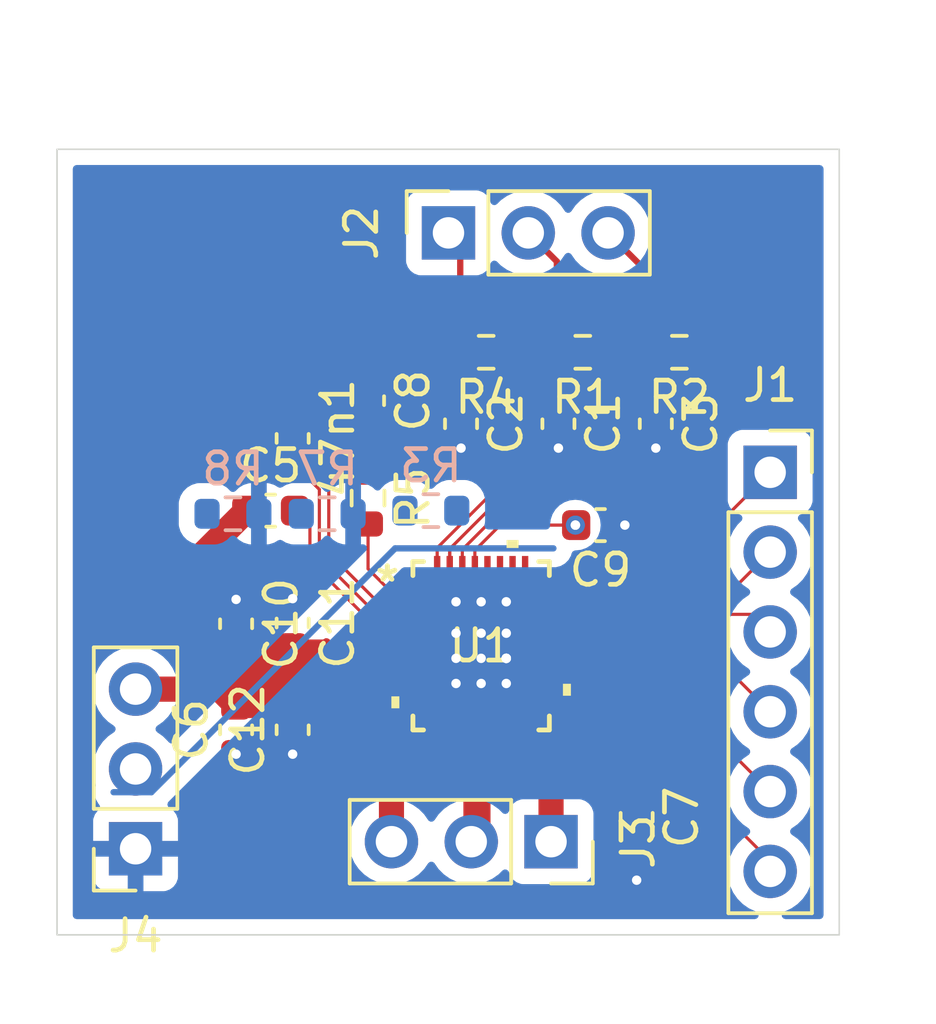
<source format=kicad_pcb>
(kicad_pcb (version 20240108) (generator "pcbnew") (generator_version "8.0")
  (layers (0 "F.Cu" signal) (31 "B.Cu" signal) (34 "B.Paste" user) (35 "F.Paste" user) (36 "B.SilkS" user "B.Silkscreen") (37 "F.SilkS" user "F.Silkscreen") (38 "B.Mask" user) (39 "F.Mask" user) (44 "Edge.Cuts" user))
  (net 0 "")
  (net 1 "GND")
  (net 2 "/ADC_B")
  (net 3 "/ADC_A")
  (net 4 "/ADC_C")
  (net 5 "Net-(U1-CPH)")
  (net 6 "Net-(U1-CPL)")
  (net 7 "Net-(U1-CP)")
  (net 8 "+12V")
  (net 9 "+3.3V")
  (net 10 "Net-(C8-Pad2)")
  (net 11 "/PWM_L_B")
  (net 12 "/PWM_H_C")
  (net 13 "/PWM_L_C")
  (net 14 "/PWM_L_A")
  (net 15 "/PWM_H_A")
  (net 16 "/PWM_H_B")
  (net 17 "/OUT_A")
  (net 18 "/OUT_C")
  (net 19 "/OUT_B")
  (net 20 "Net-(U1-SOB)")
  (net 21 "Net-(U1-SOC)")
  (net 22 "Net-(U1-GAIN)")
  (net 23 "Net-(U1-SOA)")
  (net 24 "Net-(U1-NFAULT)")
  (footprint "Capacitor_SMD:C_0603_1608Metric" (layer "F.Cu") (at 139.06 68.735 -90)
    (property "Reference" "C3" (at 0 -1.43 90) (layer "F.SilkS"))
    (property "Value" "22pF")
    (fp_line (start -0.14058 0.51) (end 0.14058 0.51) (stroke (width 0.12)) (layer "F.SilkS"))
    (fp_line (start -0.14058 -0.51) (end 0.14058 -0.51) (stroke (width 0.12)) (layer "F.SilkS"))
    (pad "1" smd roundrect (at -0.775 0 270) (size 0.9 0.95) (layers "F.Cu" "F.Paste" "F.Mask") (net 4 "/ADC_C"))
    (pad "2" smd roundrect (at 0.775 0 270) (size 0.9 0.95) (layers "F.Cu" "F.Paste" "F.Mask") (net 1 "GND"))
  )
  (footprint "Connector_PinSocket_2.54mm:PinSocket_1x06_P2.54mm_Vertical" (layer "F.Cu") (at 142.7 70.28)
    (property "Reference" "J1" (at 0 -2.77 0) (layer "F.SilkS"))
    (property "Value" "PWM Pins")
    (fp_line (start -1.33 1.27) (end -1.33 14.03) (stroke (width 0.12)) (layer "F.SilkS"))
    (fp_line (start -1.33 1.27) (end 1.33 1.27) (stroke (width 0.12)) (layer "F.SilkS"))
    (fp_line (start -1.33 14.03) (end 1.33 14.03) (stroke (width 0.12)) (layer "F.SilkS"))
    (fp_line (start 0 -1.33) (end 1.33 -1.33) (stroke (width 0.12)) (layer "F.SilkS"))
    (fp_line (start 1.33 -1.33) (end 1.33 0) (stroke (width 0.12)) (layer "F.SilkS"))
    (fp_line (start 1.33 1.27) (end 1.33 14.03) (stroke (width 0.12)) (layer "F.SilkS"))
    (pad "1" thru_hole rect (at 0 0) (size 1.7 1.7) (drill 1) (layers "*.Cu" "*.Mask") (net 13 "/PWM_L_C"))
    (pad "2" thru_hole oval (at 0 2.54) (size 1.7 1.7) (drill 1) (layers "*.Cu" "*.Mask") (net 12 "/PWM_H_C"))
    (pad "3" thru_hole oval (at 0 5.08) (size 1.7 1.7) (drill 1) (layers "*.Cu" "*.Mask") (net 11 "/PWM_L_B"))
    (pad "4" thru_hole oval (at 0 7.62) (size 1.7 1.7) (drill 1) (layers "*.Cu" "*.Mask") (net 16 "/PWM_H_B"))
    (pad "5" thru_hole oval (at 0 10.16) (size 1.7 1.7) (drill 1) (layers "*.Cu" "*.Mask") (net 14 "/PWM_L_A"))
    (pad "6" thru_hole oval (at 0 12.7) (size 1.7 1.7) (drill 1) (layers "*.Cu" "*.Mask") (net 15 "/PWM_H_A"))
  )
  (footprint "DRV8317HREER:WQFN36_REE_TEX" (layer "F.Cu") (at 133.5 75.8)
    (property "Reference" "U1" (at 0 0 0) (layer "F.SilkS"))
    (property "Value" "DRV8317HREER")
    (fp_line (start -2.1717 -2.6797) (end -2.1717 -2.234339) (stroke (width 0.1524)) (layer "F.SilkS"))
    (fp_line (start -2.1717 2.234339) (end -2.1717 2.6797) (stroke (width 0.1524)) (layer "F.SilkS"))
    (fp_line (start -2.1717 2.6797) (end -1.83434 2.6797) (stroke (width 0.1524)) (layer "F.SilkS"))
    (fp_line (start -1.83434 -2.6797) (end -2.1717 -2.6797) (stroke (width 0.1524)) (layer "F.SilkS"))
    (fp_line (start 1.83434 2.6797) (end 2.1717 2.6797) (stroke (width 0.1524)) (layer "F.SilkS"))
    (fp_line (start 2.1717 -2.6797) (end 1.83434 -2.6797) (stroke (width 0.1524)) (layer "F.SilkS"))
    (fp_line (start 2.1717 -2.234339) (end 2.1717 -2.6797) (stroke (width 0.1524)) (layer "F.SilkS"))
    (fp_line (start 2.1717 2.6797) (end 2.1717 2.234339) (stroke (width 0.1524)) (layer "F.SilkS"))
    (fp_poly (pts (xy -2.8575 1.609499) (xy -2.8575 1.990499) (xy -2.6035 1.990499) (xy -2.6035 1.609499)) (fill solid) (layer "F.SilkS"))
    (fp_poly (pts (xy 0.809501 -3.1115) (xy 0.809501 -3.3655) (xy 1.190501 -3.3655) (xy 1.190501 -3.1115)) (fill solid) (layer "F.SilkS"))
    (fp_poly (pts (xy 2.8575 1.2095) (xy 2.8575 1.5905) (xy 2.6035 1.5905) (xy 2.6035 1.2095)) (fill solid) (layer "F.SilkS"))
    (fp_text user "*" (at -2.9845 -2 0) (layer "F.SilkS"))
    (fp_text user "*" (at -2.9845 -2 0) (layer "F.SilkS"))
    (pad "1" smd rect (at -1.9431 -1.799999 90) (size 0.2032 0.8128) (layers "F.Cu" "F.Paste" "F.Mask"))
    (pad "2" smd rect (at -1.9431 -1.4 90) (size 0.2032 0.8128) (layers "F.Cu" "F.Paste" "F.Mask") (net 24 "Net-(U1-NFAULT)"))
    (pad "3" smd rect (at -1.9431 -1.000001 90) (size 0.2032 0.8128) (layers "F.Cu" "F.Paste" "F.Mask"))
    (pad "4" smd rect (at -1.9431 -0.599999 90) (size 0.2032 0.8128) (layers "F.Cu" "F.Paste" "F.Mask") (net 6 "Net-(U1-CPL)"))
    (pad "5" smd rect (at -1.9431 -0.2 90) (size 0.2032 0.8128) (layers "F.Cu" "F.Paste" "F.Mask") (net 5 "Net-(U1-CPH)"))
    (pad "6" smd rect (at -1.9431 0.2 90) (size 0.2032 0.8128) (layers "F.Cu" "F.Paste" "F.Mask") (net 7 "Net-(U1-CP)"))
    (pad "7" smd rect (at -1.9431 0.599999 90) (size 0.2032 0.8128) (layers "F.Cu" "F.Paste" "F.Mask") (net 8 "+12V"))
    (pad "8" smd rect (at -1.9431 1.000001 90) (size 0.2032 0.8128) (layers "F.Cu" "F.Paste" "F.Mask") (net 8 "+12V"))
    (pad "9" smd rect (at -1.9431 1.4 90) (size 0.2032 0.8128) (layers "F.Cu" "F.Paste" "F.Mask") (net 8 "+12V"))
    (pad "10" smd rect (at -1.9431 1.799999 90) (size 0.2032 0.8128) (layers "F.Cu" "F.Paste" "F.Mask"))
    (pad "11" smd rect (at -1.4 2.4511) (size 0.2032 0.8128) (layers "F.Cu" "F.Paste" "F.Mask") (net 17 "/OUT_A"))
    (pad "12" smd rect (at -1.000001 2.4511) (size 0.2032 0.8128) (layers "F.Cu" "F.Paste" "F.Mask") (net 17 "/OUT_A"))
    (pad "13" smd rect (at -0.599999 2.4511) (size 0.2032 0.8128) (layers "F.Cu" "F.Paste" "F.Mask"))
    (pad "14" smd rect (at -0.2 2.4511) (size 0.2032 0.8128) (layers "F.Cu" "F.Paste" "F.Mask") (net 19 "/OUT_B"))
    (pad "15" smd rect (at 0.2 2.4511) (size 0.2032 0.8128) (layers "F.Cu" "F.Paste" "F.Mask") (net 19 "/OUT_B"))
    (pad "16" smd rect (at 0.599999 2.4511) (size 0.2032 0.8128) (layers "F.Cu" "F.Paste" "F.Mask"))
    (pad "17" smd rect (at 1.000001 2.4511) (size 0.2032 0.8128) (layers "F.Cu" "F.Paste" "F.Mask") (net 18 "/OUT_C"))
    (pad "18" smd rect (at 1.4 2.4511) (size 0.2032 0.8128) (layers "F.Cu" "F.Paste" "F.Mask") (net 18 "/OUT_C"))
    (pad "19" smd rect (at 1.9431 1.799999 90) (size 0.2032 0.8128) (layers "F.Cu" "F.Paste" "F.Mask") (net 1 "GND"))
    (pad "20" smd rect (at 1.9431 1.4 90) (size 0.2032 0.8128) (layers "F.Cu" "F.Paste" "F.Mask"))
    (pad "21" smd rect (at 1.9431 1.000001 90) (size 0.2032 0.8128) (layers "F.Cu" "F.Paste" "F.Mask") (net 1 "GND"))
    (pad "22" smd rect (at 1.9431 0.599999 90) (size 0.2032 0.8128) (layers "F.Cu" "F.Paste" "F.Mask") (net 9 "+3.3V"))
    (pad "23" smd rect (at 1.9431 0.2 90) (size 0.2032 0.8128) (layers "F.Cu" "F.Paste" "F.Mask") (net 15 "/PWM_H_A"))
    (pad "24" smd rect (at 1.9431 -0.2 90) (size 0.2032 0.8128) (layers "F.Cu" "F.Paste" "F.Mask") (net 14 "/PWM_L_A"))
    (pad "25" smd rect (at 1.9431 -0.599999 90) (size 0.2032 0.8128) (layers "F.Cu" "F.Paste" "F.Mask") (net 16 "/PWM_H_B"))
    (pad "26" smd rect (at 1.9431 -1.000001 90) (size 0.2032 0.8128) (layers "F.Cu" "F.Paste" "F.Mask") (net 11 "/PWM_L_B"))
    (pad "27" smd rect (at 1.9431 -1.4 90) (size 0.2032 0.8128) (layers "F.Cu" "F.Paste" "F.Mask") (net 12 "/PWM_H_C"))
    (pad "28" smd rect (at 1.9431 -1.799999 90) (size 0.2032 0.8128) (layers "F.Cu" "F.Paste" "F.Mask") (net 13 "/PWM_L_C"))
    (pad "29" smd rect (at 1.4 -2.4511) (size 0.2032 0.8128) (layers "F.Cu" "F.Paste" "F.Mask") (net 22 "Net-(U1-GAIN)"))
    (pad "30" smd rect (at 1.000001 -2.4511) (size 0.2032 0.8128) (layers "F.Cu" "F.Paste" "F.Mask"))
    (pad "31" smd rect (at 0.599999 -2.4511) (size 0.2032 0.8128) (layers "F.Cu" "F.Paste" "F.Mask"))
    (pad "32" smd rect (at 0.2 -2.4511) (size 0.2032 0.8128) (layers "F.Cu" "F.Paste" "F.Mask"))
    (pad "33" smd rect (at -0.2 -2.4511) (size 0.2032 0.8128) (layers "F.Cu" "F.Paste" "F.Mask") (net 9 "+3.3V"))
    (pad "34" smd rect (at -0.599999 -2.4511) (size 0.2032 0.8128) (layers "F.Cu" "F.Paste" "F.Mask") (net 21 "Net-(U1-SOC)"))
    (pad "35" smd rect (at -1.000001 -2.4511) (size 0.2032 0.8128) (layers "F.Cu" "F.Paste" "F.Mask") (net 20 "Net-(U1-SOB)"))
    (pad "36" smd rect (at -1.4 -2.4511) (size 0.2032 0.8128) (layers "F.Cu" "F.Paste" "F.Mask") (net 23 "Net-(U1-SOA)"))
    (pad "37" smd rect (at 0 0) (size 2.794 3.81) (layers "F.Cu" "F.Paste" "F.Mask") (net 1 "GND"))
  )
  (footprint "Capacitor_SMD:C_0603_1608Metric" (layer "F.Cu") (at 132.86 68.735 -90)
    (property "Reference" "C2" (at 0 -1.43 90) (layer "F.SilkS"))
    (property "Value" "22pF")
    (fp_line (start -0.14058 0.51) (end 0.14058 0.51) (stroke (width 0.12)) (layer "F.SilkS"))
    (fp_line (start -0.14058 -0.51) (end 0.14058 -0.51) (stroke (width 0.12)) (layer "F.SilkS"))
    (pad "1" smd roundrect (at -0.775 0 270) (size 0.9 0.95) (layers "F.Cu" "F.Paste" "F.Mask") (net 3 "/ADC_A"))
    (pad "2" smd roundrect (at 0.775 0 270) (size 0.9 0.95) (layers "F.Cu" "F.Paste" "F.Mask") (net 1 "GND"))
  )
  (footprint "Capacitor_SMD:C_0603_1608Metric" (layer "F.Cu") (at 137.3 71.96 180)
    (property "Reference" "C9" (at 0 -1.43 360) (layer "F.SilkS"))
    (property "Value" "0.1μF")
    (fp_line (start -0.14058 0.51) (end 0.14058 0.51) (stroke (width 0.12)) (layer "F.SilkS"))
    (fp_line (start -0.14058 -0.51) (end 0.14058 -0.51) (stroke (width 0.12)) (layer "F.SilkS"))
    (pad "1" smd roundrect (at -0.775 0 180) (size 0.9 0.95) (layers "F.Cu" "F.Paste" "F.Mask") (net 1 "GND"))
    (pad "2" smd roundrect (at 0.775 0 180) (size 0.9 0.95) (layers "F.Cu" "F.Paste" "F.Mask") (net 9 "+3.3V"))
  )
  (footprint "Connector_PinSocket_2.54mm:PinSocket_1x03_P2.54mm_Vertical" (layer "F.Cu") (at 132.46 62.66 90)
    (property "Reference" "J2" (at 0 -2.77 90) (layer "F.SilkS"))
    (property "Value" "Current Sense Pins")
    (fp_line (start 1.33 -1.33) (end 1.33 0) (stroke (width 0.12)) (layer "F.SilkS"))
    (fp_line (start 0 -1.33) (end 1.33 -1.33) (stroke (width 0.12)) (layer "F.SilkS"))
    (fp_line (start 1.33 1.27) (end 1.33 6.41) (stroke (width 0.12)) (layer "F.SilkS"))
    (fp_line (start -1.33 1.27) (end 1.33 1.27) (stroke (width 0.12)) (layer "F.SilkS"))
    (fp_line (start -1.33 1.27) (end -1.33 6.41) (stroke (width 0.12)) (layer "F.SilkS"))
    (fp_line (start -1.33 6.41) (end 1.33 6.41) (stroke (width 0.12)) (layer "F.SilkS"))
    (pad "1" thru_hole rect (at 0 0 90) (size 1.7 1.7) (drill 1) (layers "*.Cu" "*.Mask") (net 3 "/ADC_A"))
    (pad "2" thru_hole oval (at 0 2.54 90) (size 1.7 1.7) (drill 1) (layers "*.Cu" "*.Mask") (net 2 "/ADC_B"))
    (pad "3" thru_hole oval (at 0 5.08 90) (size 1.7 1.7) (drill 1) (layers "*.Cu" "*.Mask") (net 4 "/ADC_C"))
  )
  (footprint "Connector_PinSocket_2.54mm:PinSocket_1x03_P2.54mm_Vertical" (layer "F.Cu") (at 122.5 82.26 180)
    (property "Reference" "J4" (at 0 -2.77 360) (layer "F.SilkS"))
    (property "Value" "Power Pins")
    (fp_line (start 1.33 1.27) (end 1.33 6.41) (stroke (width 0.12)) (layer "F.SilkS"))
    (fp_line (start 1.33 -1.33) (end 1.33 0) (stroke (width 0.12)) (layer "F.SilkS"))
    (fp_line (start 0 -1.33) (end 1.33 -1.33) (stroke (width 0.12)) (layer "F.SilkS"))
    (fp_line (start -1.33 6.41) (end 1.33 6.41) (stroke (width 0.12)) (layer "F.SilkS"))
    (fp_line (start -1.33 1.27) (end 1.33 1.27) (stroke (width 0.12)) (layer "F.SilkS"))
    (fp_line (start -1.33 1.27) (end -1.33 6.41) (stroke (width 0.12)) (layer "F.SilkS"))
    (pad "1" thru_hole rect (at 0 0 180) (size 1.7 1.7) (drill 1) (layers "*.Cu" "*.Mask") (net 1 "GND"))
    (pad "2" thru_hole oval (at 0 2.54 180) (size 1.7 1.7) (drill 1) (layers "*.Cu" "*.Mask") (net 9 "+3.3V"))
    (pad "3" thru_hole oval (at 0 5.08 180) (size 1.7 1.7) (drill 1) (layers "*.Cu" "*.Mask") (net 8 "+12V"))
  )
  (footprint "Capacitor_SMD:C_0603_1608Metric" (layer "F.Cu") (at 127.5 69.2 -90)
    (property "Reference" "47n1" (at 0 -1.43 90) (layer "F.SilkS"))
    (property "Value" "47nF")
    (fp_line (start -0.14058 0.51) (end 0.14058 0.51) (stroke (width 0.12)) (layer "F.SilkS"))
    (fp_line (start -0.14058 -0.51) (end 0.14058 -0.51) (stroke (width 0.12)) (layer "F.SilkS"))
    (pad "1" smd roundrect (at -0.775 0 270) (size 0.9 0.95) (layers "F.Cu" "F.Paste" "F.Mask") (net 6 "Net-(U1-CPL)"))
    (pad "2" smd roundrect (at 0.775 0 270) (size 0.9 0.95) (layers "F.Cu" "F.Paste" "F.Mask") (net 5 "Net-(U1-CPH)"))
  )
  (footprint "Connector_PinSocket_2.54mm:PinSocket_1x03_P2.54mm_Vertical" (layer "F.Cu") (at 135.725 82.035 -90)
    (property "Reference" "J3" (at 0 -2.77 90) (layer "F.SilkS"))
    (property "Value" "Motor Out Pins")
    (fp_line (start -1.33 6.41) (end 1.33 6.41) (stroke (width 0.12)) (layer "F.SilkS"))
    (fp_line (start -1.33 1.27) (end -1.33 6.41) (stroke (width 0.12)) (layer "F.SilkS"))
    (fp_line (start -1.33 1.27) (end 1.33 1.27) (stroke (width 0.12)) (layer "F.SilkS"))
    (fp_line (start 1.33 1.27) (end 1.33 6.41) (stroke (width 0.12)) (layer "F.SilkS"))
    (fp_line (start 0 -1.33) (end 1.33 -1.33) (stroke (width 0.12)) (layer "F.SilkS"))
    (fp_line (start 1.33 -1.33) (end 1.33 0) (stroke (width 0.12)) (layer "F.SilkS"))
    (pad "1" thru_hole rect (at 0 0 270) (size 1.7 1.7) (drill 1) (layers "*.Cu" "*.Mask") (net 18 "/OUT_C"))
    (pad "2" thru_hole oval (at 0 2.54 270) (size 1.7 1.7) (drill 1) (layers "*.Cu" "*.Mask") (net 19 "/OUT_B"))
    (pad "3" thru_hole oval (at 0 5.08 270) (size 1.7 1.7) (drill 1) (layers "*.Cu" "*.Mask") (net 17 "/OUT_A"))
  )
  (footprint "Capacitor_SMD:C_0603_1608Metric" (layer "F.Cu") (at 129.9 68 -90)
    (property "Reference" "C8" (at 0 -1.43 90) (layer "F.SilkS"))
    (property "Value" "0.1μF")
    (fp_line (start -0.14058 0.51) (end 0.14058 0.51) (stroke (width 0.12)) (layer "F.SilkS"))
    (fp_line (start -0.14058 -0.51) (end 0.14058 -0.51) (stroke (width 0.12)) (layer "F.SilkS"))
    (pad "1" smd roundrect (at -0.775 0 270) (size 0.9 0.95) (layers "F.Cu" "F.Paste" "F.Mask") (net 9 "+3.3V"))
    (pad "2" smd roundrect (at 0.775 0 270) (size 0.9 0.95) (layers "F.Cu" "F.Paste" "F.Mask") (net 10 "Net-(C8-Pad2)"))
  )
  (footprint "Capacitor_SMD:C_0603_1608Metric" (layer "F.Cu") (at 125.7 75.1 -90)
    (property "Reference" "C10" (at 0 -1.43 90) (layer "F.SilkS"))
    (property "Value" "10μF")
    (fp_line (start -0.14058 0.51) (end 0.14058 0.51) (stroke (width 0.12)) (layer "F.SilkS"))
    (fp_line (start -0.14058 -0.51) (end 0.14058 -0.51) (stroke (width 0.12)) (layer "F.SilkS"))
    (pad "1" smd roundrect (at -0.775 0 270) (size 0.9 0.95) (layers "F.Cu" "F.Paste" "F.Mask") (net 1 "GND"))
    (pad "2" smd roundrect (at 0.775 0 270) (size 0.9 0.95) (layers "F.Cu" "F.Paste" "F.Mask") (net 8 "+12V"))
  )
  (footprint "Resistor_SMD:R_0603_1608Metric" (layer "F.Cu") (at 133.66 66.46 180)
    (property "Reference" "R4" (at 0 -1.43 360) (layer "F.SilkS"))
    (property "Value" "330")
    (fp_line (start -0.237258 0.5225) (end 0.237258 0.5225) (stroke (width 0.12)) (layer "F.SilkS"))
    (fp_line (start -0.237258 -0.5225) (end 0.237258 -0.5225) (stroke (width 0.12)) (layer "F.SilkS"))
    (pad "1" smd roundrect (at -0.825 0 180) (size 0.8 0.95) (layers "F.Cu" "F.Paste" "F.Mask") (net 23 "Net-(U1-SOA)"))
    (pad "2" smd roundrect (at 0.825 0 180) (size 0.8 0.95) (layers "F.Cu" "F.Paste" "F.Mask") (net 3 "/ADC_A"))
  )
  (footprint "Capacitor_SMD:C_0603_1608Metric" (layer "F.Cu") (at 138.45 81.26 -90)
    (property "Reference" "C7" (at 0 -1.43 90) (layer "F.SilkS"))
    (property "Value" "4.7μF")
    (fp_line (start -0.14058 0.51) (end 0.14058 0.51) (stroke (width 0.12)) (layer "F.SilkS"))
    (fp_line (start -0.14058 -0.51) (end 0.14058 -0.51) (stroke (width 0.12)) (layer "F.SilkS"))
    (pad "1" smd roundrect (at -0.775 0 270) (size 0.9 0.95) (layers "F.Cu" "F.Paste" "F.Mask") (net 9 "+3.3V"))
    (pad "2" smd roundrect (at 0.775 0 270) (size 0.9 0.95) (layers "F.Cu" "F.Paste" "F.Mask") (net 1 "GND"))
  )
  (footprint "Capacitor_SMD:C_0603_1608Metric" (layer "F.Cu") (at 127.5 78.475 90)
    (property "Reference" "C12" (at 0 -1.43 90) (layer "F.SilkS"))
    (property "Value" "10μF")
    (fp_line (start -0.14058 -0.51) (end 0.14058 -0.51) (stroke (width 0.12)) (layer "F.SilkS"))
    (fp_line (start -0.14058 0.51) (end 0.14058 0.51) (stroke (width 0.12)) (layer "F.SilkS"))
    (pad "1" smd roundrect (at -0.775 0 90) (size 0.9 0.95) (layers "F.Cu" "F.Paste" "F.Mask") (net 1 "GND"))
    (pad "2" smd roundrect (at 0.775 0 90) (size 0.9 0.95) (layers "F.Cu" "F.Paste" "F.Mask") (net 8 "+12V"))
  )
  (footprint "Resistor_SMD:R_0603_1608Metric" (layer "F.Cu") (at 129.9 71.1 -90)
    (property "Reference" "R5" (at 0 -1.43 90) (layer "F.SilkS"))
    (property "Value" "5.1vΩ")
    (fp_line (start -0.237258 0.5225) (end 0.237258 0.5225) (stroke (width 0.12)) (layer "F.SilkS"))
    (fp_line (start -0.237258 -0.5225) (end 0.237258 -0.5225) (stroke (width 0.12)) (layer "F.SilkS"))
    (pad "1" smd roundrect (at -0.825 0 270) (size 0.8 0.95) (layers "F.Cu" "F.Paste" "F.Mask") (net 10 "Net-(C8-Pad2)"))
    (pad "2" smd roundrect (at 0.825 0 270) (size 0.8 0.95) (layers "F.Cu" "F.Paste" "F.Mask") (net 24 "Net-(U1-NFAULT)"))
  )
  (footprint "Capacitor_SMD:C_0603_1608Metric" (layer "F.Cu") (at 127.5 75.075 -90)
    (property "Reference" "C11" (at 0 -1.43 90) (layer "F.SilkS"))
    (property "Value" "0.1μF")
    (fp_line (start -0.14058 0.51) (end 0.14058 0.51) (stroke (width 0.12)) (layer "F.SilkS"))
    (fp_line (start -0.14058 -0.51) (end 0.14058 -0.51) (stroke (width 0.12)) (layer "F.SilkS"))
    (pad "1" smd roundrect (at -0.775 0 270) (size 0.9 0.95) (layers "F.Cu" "F.Paste" "F.Mask") (net 1 "GND"))
    (pad "2" smd roundrect (at 0.775 0 270) (size 0.9 0.95) (layers "F.Cu" "F.Paste" "F.Mask") (net 8 "+12V"))
  )
  (footprint "Resistor_SMD:R_0603_1608Metric" (layer "F.Cu") (at 136.735 66.46 180)
    (property "Reference" "R1" (at 0 -1.43 360) (layer "F.SilkS"))
    (property "Value" "330")
    (fp_line (start -0.237258 0.5225) (end 0.237258 0.5225) (stroke (width 0.12)) (layer "F.SilkS"))
    (fp_line (start -0.237258 -0.5225) (end 0.237258 -0.5225) (stroke (width 0.12)) (layer "F.SilkS"))
    (pad "1" smd roundrect (at -0.825 0 180) (size 0.8 0.95) (layers "F.Cu" "F.Paste" "F.Mask") (net 20 "Net-(U1-SOB)"))
    (pad "2" smd roundrect (at 0.825 0 180) (size 0.8 0.95) (layers "F.Cu" "F.Paste" "F.Mask") (net 2 "/ADC_B"))
  )
  (footprint "Capacitor_SMD:C_0603_1608Metric" (layer "F.Cu") (at 125.7 78.475 90)
    (property "Reference" "C6" (at 0 -1.43 90) (layer "F.SilkS"))
    (property "Value" "0.1μF")
    (fp_line (start -0.14058 -0.51) (end 0.14058 -0.51) (stroke (width 0.12)) (layer "F.SilkS"))
    (fp_line (start -0.14058 0.51) (end 0.14058 0.51) (stroke (width 0.12)) (layer "F.SilkS"))
    (pad "1" smd roundrect (at -0.775 0 90) (size 0.9 0.95) (layers "F.Cu" "F.Paste" "F.Mask") (net 1 "GND"))
    (pad "2" smd roundrect (at 0.775 0 90) (size 0.9 0.95) (layers "F.Cu" "F.Paste" "F.Mask") (net 8 "+12V"))
  )
  (footprint "Capacitor_SMD:C_0603_1608Metric" (layer "F.Cu") (at 135.96 68.735 -90)
    (property "Reference" "C1" (at 0 -1.43 90) (layer "F.SilkS"))
    (property "Value" "22pF")
    (fp_line (start -0.14058 0.51) (end 0.14058 0.51) (stroke (width 0.12)) (layer "F.SilkS"))
    (fp_line (start -0.14058 -0.51) (end 0.14058 -0.51) (stroke (width 0.12)) (layer "F.SilkS"))
    (pad "1" smd roundrect (at -0.775 0 270) (size 0.9 0.95) (layers "F.Cu" "F.Paste" "F.Mask") (net 2 "/ADC_B"))
    (pad "2" smd roundrect (at 0.775 0 270) (size 0.9 0.95) (layers "F.Cu" "F.Paste" "F.Mask") (net 1 "GND"))
  )
  (footprint "Capacitor_SMD:C_0603_1608Metric" (layer "F.Cu") (at 126.8 71.5)
    (property "Reference" "C5" (at 0 -1.43 360) (layer "F.SilkS"))
    (property "Value" "0.1μF")
    (fp_line (start -0.14058 -0.51) (end 0.14058 -0.51) (stroke (width 0.12)) (layer "F.SilkS"))
    (fp_line (start -0.14058 0.51) (end 0.14058 0.51) (stroke (width 0.12)) (layer "F.SilkS"))
    (pad "1" smd roundrect (at -0.775 0) (size 0.9 0.95) (layers "F.Cu" "F.Paste" "F.Mask") (net 8 "+12V"))
    (pad "2" smd roundrect (at 0.775 0) (size 0.9 0.95) (layers "F.Cu" "F.Paste" "F.Mask") (net 7 "Net-(U1-CP)"))
  )
  (footprint "Resistor_SMD:R_0603_1608Metric" (layer "F.Cu") (at 139.81 66.46 180)
    (property "Reference" "R2" (at 0 -1.43 360) (layer "F.SilkS"))
    (property "Value" "330")
    (fp_line (start -0.237258 0.5225) (end 0.237258 0.5225) (stroke (width 0.12)) (layer "F.SilkS"))
    (fp_line (start -0.237258 -0.5225) (end 0.237258 -0.5225) (stroke (width 0.12)) (layer "F.SilkS"))
    (pad "1" smd roundrect (at -0.825 0 180) (size 0.8 0.95) (layers "F.Cu" "F.Paste" "F.Mask") (net 21 "Net-(U1-SOC)"))
    (pad "2" smd roundrect (at 0.825 0 180) (size 0.8 0.95) (layers "F.Cu" "F.Paste" "F.Mask") (net 4 "/ADC_C"))
  )
  (footprint "Resistor_SMD:R_0603_1608Metric" (layer "B.Cu") (at 125.6 71.6 180)
    (property "Reference" "R8" (at 0 1.43 0) (layer "B.SilkS") (effects (justify mirror)))
    (property "Value" "47k")
    (fp_line (start 0.237258 0.5225) (end -0.237258 0.5225) (stroke (width 0.12)) (layer "B.SilkS"))
    (fp_line (start 0.237258 -0.5225) (end -0.237258 -0.5225) (stroke (width 0.12)) (layer "B.SilkS"))
    (pad "1" smd roundrect (at -0.825 0 180) (size 0.8 0.95) (layers "B.Cu" "B.Paste" "B.Mask") (net 1 "GND"))
    (pad "2" smd roundrect (at 0.825 0 180) (size 0.8 0.95) (layers "B.Cu" "B.Paste" "B.Mask") (net 22 "Net-(U1-GAIN)"))
  )
  (footprint "Resistor_SMD:R_0603_1608Metric" (layer "B.Cu") (at 128.6 71.6 180)
    (property "Reference" "R7" (at 0 1.43 0) (layer "B.SilkS") (effects (justify mirror)))
    (property "Value" "0R")
    (fp_line (start 0.237258 0.5225) (end -0.237258 0.5225) (stroke (width 0.12)) (layer "B.SilkS"))
    (fp_line (start 0.237258 -0.5225) (end -0.237258 -0.5225) (stroke (width 0.12)) (layer "B.SilkS"))
    (pad "1" smd roundrect (at -0.825 0 180) (size 0.8 0.95) (layers "B.Cu" "B.Paste" "B.Mask") (net 1 "GND"))
    (pad "2" smd roundrect (at 0.825 0 180) (size 0.8 0.95) (layers "B.Cu" "B.Paste" "B.Mask") (net 22 "Net-(U1-GAIN)"))
  )
  (footprint "Resistor_SMD:R_0603_1608Metric" (layer "B.Cu") (at 131.9 71.5 180)
    (property "Reference" "R3" (at 0 1.43 0) (layer "B.SilkS") (effects (justify mirror)))
    (property "Value" "0R")
    (fp_line (start 0.237258 0.5225) (end -0.237258 0.5225) (stroke (width 0.12)) (layer "B.SilkS"))
    (fp_line (start 0.237258 -0.5225) (end -0.237258 -0.5225) (stroke (width 0.12)) (layer "B.SilkS"))
    (pad "1" smd roundrect (at -0.825 0 180) (size 0.8 0.95) (layers "B.Cu" "B.Paste" "B.Mask") (net 22 "Net-(U1-GAIN)"))
    (pad "2" smd roundrect (at 0.825 0 180) (size 0.8 0.95) (layers "B.Cu" "B.Paste" "B.Mask") (net 9 "+3.3V"))
  )
  (gr_rect (start 120 60) (end 144.9 85) (stroke (width 0.05)) (fill none) (layer "Edge.Cuts"))
  (segment (start 138.45 83.26) (end 138.45 82.035) (width 0.2) (layer "F.Cu") (net 1))
  (via (at 139.06 69.51) (size 0.6) (drill 0.3) (layers "F.Cu" "B.Cu") (net 1))
  (via (at 133.5 74.4) (size 0.6) (drill 0.3) (layers "F.Cu" "B.Cu") (net 1))
  (via (at 127.5 74.3) (size 0.6) (drill 0.3) (layers "F.Cu" "B.Cu") (net 1))
  (via (at 134.3 77) (size 0.6) (drill 0.3) (layers "F.Cu" "B.Cu") (net 1))
  (via (at 132.7 75.4) (size 0.6) (drill 0.3) (layers "F.Cu" "B.Cu") (net 1))
  (via (at 133.5 75.4) (size 0.6) (drill 0.3) (layers "F.Cu" "B.Cu") (net 1))
  (via (at 138.45 83.26) (size 0.6) (drill 0.3) (layers "F.Cu" "B.Cu") (net 1))
  (via (at 134.3 76.2) (size 0.6) (drill 0.3) (layers "F.Cu" "B.Cu") (net 1))
  (via (at 134.3 76.2) (size 0.6) (drill 0.3) (layers "F.Cu" "B.Cu") (net 1))
  (via (at 132.7 77) (size 0.6) (drill 0.3) (layers "F.Cu" "B.Cu") (net 1))
  (via (at 138.075 71.96) (size 0.6) (drill 0.3) (layers "F.Cu" "B.Cu") (net 1))
  (via (at 134.3 76.2) (size 0.6) (drill 0.3) (layers "F.Cu" "B.Cu") (net 1))
  (via (at 134.3 75.4) (size 0.6) (drill 0.3) (layers "F.Cu" "B.Cu") (net 1))
  (via (at 134.3 76.2) (size 0.6) (drill 0.3) (layers "F.Cu" "B.Cu") (net 1))
  (via (at 134.3 74.4) (size 0.6) (drill 0.3) (layers "F.Cu" "B.Cu") (net 1))
  (via (at 134.3 76.2) (size 0.6) (drill 0.3) (layers "F.Cu" "B.Cu") (net 1))
  (via (at 127.5 79.25) (size 0.6) (drill 0.3) (layers "F.Cu" "B.Cu") (net 1))
  (via (at 125.7 79.25) (size 0.6) (drill 0.3) (layers "F.Cu" "B.Cu") (net 1))
  (via (at 125.7 74.325) (size 0.6) (drill 0.3) (layers "F.Cu" "B.Cu") (net 1))
  (via (at 133.5 76.2) (size 0.6) (drill 0.3) (layers "F.Cu" "B.Cu") (net 1))
  (via (at 134.3 76.2) (size 0.6) (drill 0.3) (layers "F.Cu" "B.Cu") (net 1))
  (via (at 133.5 77) (size 0.6) (drill 0.3) (layers "F.Cu" "B.Cu") (net 1))
  (via (at 134.3 76.2) (size 0.6) (drill 0.3) (layers "F.Cu" "B.Cu") (net 1))
  (via (at 134.3 76.2) (size 0.6) (drill 0.3) (layers "F.Cu" "B.Cu") (net 1))
  (via (at 132.86 69.51) (size 0.6) (drill 0.3) (layers "F.Cu" "B.Cu") (net 1))
  (via (at 132.7 74.4) (size 0.6) (drill 0.3) (layers "F.Cu" "B.Cu") (net 1))
  (via (at 132.7 76.2) (size 0.6) (drill 0.3) (layers "F.Cu" "B.Cu") (net 1))
  (via (at 135.96 69.51) (size 0.6) (drill 0.3) (layers "F.Cu" "B.Cu") (net 1))
  (segment (start 135.91 66.46) (end 135.91 63.57) (width 0.2) (layer "F.Cu") (net 2))
  (segment (start 135.96 67.96) (end 135.96 66.51) (width 0.2) (layer "F.Cu") (net 2))
  (segment (start 135.96 66.51) (end 135.91 66.46) (width 0.2) (layer "F.Cu") (net 2))
  (segment (start 135.91 63.57) (end 135 62.66) (width 0.2) (layer "F.Cu") (net 2))
  (segment (start 132.34 62.78) (end 132.46 62.66) (width 0.2) (layer "F.Cu") (net 3))
  (segment (start 132.86 67.96) (end 132.86 66.485) (width 0.2) (layer "F.Cu") (net 3))
  (segment (start 132.835 63.035) (end 132.46 62.66) (width 0.2) (layer "F.Cu") (net 3))
  (segment (start 132.835 66.46) (end 132.835 63.035) (width 0.2) (layer "F.Cu") (net 3))
  (segment (start 132.86 66.485) (end 132.835 66.46) (width 0.2) (layer "F.Cu") (net 3))
  (segment (start 138.985 66.46) (end 138.985 64.105) (width 0.2) (layer "F.Cu") (net 4))
  (segment (start 138.985 64.105) (end 137.54 62.66) (width 0.2) (layer "F.Cu") (net 4))
  (segment (start 139.06 66.535) (end 138.985 66.46) (width 0.2) (layer "F.Cu") (net 4))
  (segment (start 139.06 67.96) (end 139.06 66.535) (width 0.2) (layer "F.Cu") (net 4))
  (segment (start 128.35 70.825) (end 127.5 69.975) (width 0.1) (layer "F.Cu") (net 5))
  (segment (start 130.973164 75.6) (end 128.35 72.976836) (width 0.1) (layer "F.Cu") (net 5))
  (segment (start 131.5569 75.6) (end 130.973164 75.6) (width 0.1) (layer "F.Cu") (net 5))
  (segment (start 128.35 72.976836) (end 128.35 70.825) (width 0.1) (layer "F.Cu") (net 5))
  (segment (start 128.65 72.852572) (end 128.65 69.575) (width 0.1) (layer "F.Cu") (net 6))
  (segment (start 130.997429 75.200001) (end 128.65 72.852572) (width 0.1) (layer "F.Cu") (net 6))
  (segment (start 128.65 69.575) (end 127.5 68.425) (width 0.1) (layer "F.Cu") (net 6))
  (segment (start 131.5569 75.200001) (end 130.997429 75.200001) (width 0.1) (layer "F.Cu") (net 6))
  (segment (start 130.9489 76) (end 128.05 73.1011) (width 0.1) (layer "F.Cu") (net 7))
  (segment (start 128.05 71.975) (end 127.575 71.5) (width 0.1) (layer "F.Cu") (net 7))
  (segment (start 128.05 73.1011) (end 128.05 71.975) (width 0.1) (layer "F.Cu") (net 7))
  (segment (start 131.5569 76) (end 130.9489 76) (width 0.1) (layer "F.Cu") (net 7))
  (segment (start 125.7 75.875) (end 125.215 75.875) (width 0.8) (layer "F.Cu") (net 8))
  (segment (start 127.5 75.85) (end 127.5 75.9) (width 0.8) (layer "F.Cu") (net 8))
  (segment (start 122.5 77.18) (end 125.18 77.18) (width 0.8) (layer "F.Cu") (net 8))
  (segment (start 125.18 77.18) (end 125.7 77.7) (width 0.8) (layer "F.Cu") (net 8))
  (segment (start 125.215 75.875) (end 124.625 75.285) (width 0.8) (layer "F.Cu") (net 8))
  (segment (start 124.625 72.9) (end 126.025 71.5) (width 0.8) (layer "F.Cu") (net 8))
  (segment (start 125.7 75.875) (end 125.7 77.7) (width 0.8) (layer "F.Cu") (net 8))
  (segment (start 125.7 75.875) (end 125.7 75.9) (width 0.8) (layer "F.Cu") (net 8))
  (segment (start 128.4984 76.7016) (end 130.2416 76.7016) (width 0.8) (layer "F.Cu") (net 8))
  (segment (start 127.5 77.7) (end 128.4984 76.7016) (width 0.8) (layer "F.Cu") (net 8))
  (segment (start 130.2416 76.7016) (end 130.340001 76.800001) (width 0.8) (layer "F.Cu") (net 8))
  (segment (start 125.725 75.85) (end 125.7 75.875) (width 0.8) (layer "F.Cu") (net 8))
  (segment (start 125.7 77.7) (end 127.5 77.7) (width 0.8) (layer "F.Cu") (net 8))
  (segment (start 124.625 75.285) (end 124.625 72.9) (width 0.8) (layer "F.Cu") (net 8))
  (segment (start 125.7 75.9) (end 127.5 77.7) (width 0.8) (layer "F.Cu") (net 8))
  (segment (start 127.5 75.9) (end 125.7 77.7) (width 0.8) (layer "F.Cu") (net 8))
  (segment (start 127.5 77.7) (end 127.5 75.85) (width 0.8) (layer "F.Cu") (net 8))
  (segment (start 127.5 75.85) (end 125.725 75.85) (width 0.8) (layer "F.Cu") (net 8))
  (segment (start 130.340001 76.800001) (end 131.503 76.800001) (width 0.8) (layer "F.Cu") (net 8))
  (segment (start 127.5 75.85) (end 128.450001 76.800001) (width 0.8) (layer "F.Cu") (net 8))
  (segment (start 138.45 80.485) (end 138.45 78.823163) (width 0.1) (layer "F.Cu") (net 9))
  (segment (start 138.45 78.823163) (end 136.026836 76.399999) (width 0.1) (layer "F.Cu") (net 9))
  (segment (start 133.3 73.3489) (end 133.3 72.765164) (width 0.1) (layer "F.Cu") (net 9))
  (segment (start 136.026836 76.399999) (end 135.4431 76.399999) (width 0.1) (layer "F.Cu") (net 9))
  (segment (start 134.105164 71.96) (end 136.525 71.96) (width 0.1) (layer "F.Cu") (net 9))
  (segment (start 133.3 72.765164) (end 134.105164 71.96) (width 0.1) (layer "F.Cu") (net 9))
  (via (at 136.5 71.96) (size 0.6) (drill 0.3) (layers "F.Cu" "B.Cu") (net 9))
  (via (at 136.5 71.96) (size 0.6) (drill 0.3) (layers "F.Cu" "B.Cu") (net 9))
  (via (at 136.5 71.96) (size 0.6) (drill 0.3) (layers "F.Cu" "B.Cu") (net 9))
  (segment (start 123.002081 80.46) (end 130.762081 72.7) (width 0.2) (layer "B.Cu") (net 9))
  (segment (start 130.762081 72.7) (end 135.8 72.7) (width 0.2) (layer "B.Cu") (net 9))
  (segment (start 121.8 80.46) (end 123.002081 80.46) (width 0.2) (layer "B.Cu") (net 9))
  (segment (start 129.9 70.275) (end 129.9 68.775) (width 0.1) (layer "F.Cu") (net 10))
  (segment (start 135.4431 74.799999) (end 142.139999 74.799999) (width 0.1) (layer "F.Cu") (net 11))
  (segment (start 142.139999 74.799999) (end 142.7 75.36) (width 0.1) (layer "F.Cu") (net 11))
  (segment (start 141.12 74.4) (end 135.4431 74.4) (width 0.1) (layer "F.Cu") (net 12))
  (segment (start 142.7 72.82) (end 141.12 74.4) (width 0.1) (layer "F.Cu") (net 12))
  (segment (start 138.979999 74.000001) (end 142.7 70.28) (width 0.1) (layer "F.Cu") (net 13))
  (segment (start 135.4431 74.000001) (end 138.979999 74.000001) (width 0.1) (layer "F.Cu") (net 13))
  (segment (start 137.86 75.6) (end 142.7 80.44) (width 0.1) (layer "F.Cu") (net 14))
  (segment (start 135.4431 75.6) (end 137.86 75.6) (width 0.1) (layer "F.Cu") (net 14))
  (segment (start 136.051101 76) (end 142.7 82.648899) (width 0.1) (layer "F.Cu") (net 15))
  (segment (start 135.4431 76) (end 136.051101 76) (width 0.1) (layer "F.Cu") (net 15))
  (segment (start 142.7 82.648899) (end 142.7 82.98) (width 0.1) (layer "F.Cu") (net 15))
  (segment (start 135.4431 75.200001) (end 140.000001 75.200001) (width 0.1) (layer "F.Cu") (net 16))
  (segment (start 140.000001 75.200001) (end 142.7 77.9) (width 0.1) (layer "F.Cu") (net 16))
  (segment (start 130.645 80.106099) (end 132.198401 78.552698) (width 0.8) (layer "F.Cu") (net 17))
  (segment (start 130.645 82.035) (end 130.645 80.106099) (width 0.8) (layer "F.Cu") (net 17))
  (segment (start 135.725 80.385) (end 134.9 79.56) (width 0.8) (layer "F.Cu") (net 18))
  (segment (start 135.725 82.035) (end 135.725 80.385) (width 0.8) (layer "F.Cu") (net 18))
  (segment (start 134.9 79.56) (end 134.9 78.305) (width 0.8) (layer "F.Cu") (net 18))
  (segment (start 133.185 82.035) (end 133.548399 81.671601) (width 0.5) (layer "F.Cu") (net 19))
  (segment (start 133.548399 81.671601) (end 133.548399 78.2511) (width 0.5) (layer "F.Cu") (net 19))
  (segment (start 134.785 70.431636) (end 132.499999 72.716637) (width 0.1) (layer "F.Cu") (net 20))
  (segment (start 132.499999 72.716637) (end 132.499999 73.3489) (width 0.1) (layer "F.Cu") (net 20))
  (segment (start 132.499999 72.710001) (end 132.499999 73.3489) (width 0.1) (layer "F.Cu") (net 20))
  (segment (start 137.56 67.512986) (end 136.312986 68.76) (width 0.1) (layer "F.Cu") (net 20))
  (segment (start 137.56 66.46) (end 137.56 67.512986) (width 0.1) (layer "F.Cu") (net 20))
  (segment (start 136.312986 68.76) (end 135.557014 68.76) (width 0.1) (layer "F.Cu") (net 20))
  (segment (start 135.557014 68.76) (end 134.785 69.532014) (width 0.1) (layer "F.Cu") (net 20))
  (segment (start 134.785 69.532014) (end 134.785 70.431636) (width 0.1) (layer "F.Cu") (net 20))
  (segment (start 136.067086 70.5559) (end 135.085 70.5559) (width 0.1) (layer "F.Cu") (net 21))
  (segment (start 139.362986 68.81) (end 137.812986 68.81) (width 0.1) (layer "F.Cu") (net 21))
  (segment (start 140.635 66.46) (end 140.635 67.537986) (width 0.1) (layer "F.Cu") (net 21))
  (segment (start 137.812986 68.81) (end 136.067086 70.5559) (width 0.1) (layer "F.Cu") (net 21))
  (segment (start 132.900001 72.740899) (end 132.900001 73.3489) (width 0.1) (layer "F.Cu") (net 21))
  (segment (start 140.635 67.537986) (end 139.362986 68.81) (width 0.1) (layer "F.Cu") (net 21))
  (segment (start 135.085 70.5559) (end 132.900001 72.740899) (width 0.1) (layer "F.Cu") (net 21))
  (segment (start 132.1 72.685736) (end 132.1 73.3489) (width 0.1) (layer "F.Cu") (net 23))
  (segment (start 134.485 70.300736) (end 132.1 72.685736) (width 0.1) (layer "F.Cu") (net 23))
  (segment (start 134.485 66.46) (end 134.485 70.300736) (width 0.1) (layer "F.Cu") (net 23))
  (segment (start 131.5569 74.4) (end 130.948899 74.4) (width 0.1) (layer "F.Cu") (net 24))
  (segment (start 129.9 73.351101) (end 129.9 71.925) (width 0.1) (layer "F.Cu") (net 24))
  (segment (start 130.948899 74.4) (end 129.9 73.351101) (width 0.1) (layer "F.Cu") (net 24))
  (zone (net 19) (net_name "/OUT_B") (layer "F.Cu") (priority 2) (connect_pads (clearance 0.5)) (min_thickness 0.25) (fill yes (thermal_gap 0.5) (thermal_bridge_width 0.5) (island_removal_mode 1) (island_area_min 10))
    (polygon (pts (xy 133.3 78.9) (xy 132.9 80.6) (xy 132.9 82.6) (xy 133.7 82.7) (xy 133.5 78.7) (xy 133.2 78.9)))
  )
  (zone (net 8) (net_name "+12V") (layer "F.Cu") (priority 1) (connect_pads (clearance 0.5)) (min_thickness 0.25) (fill yes (thermal_gap 0.5) (thermal_bridge_width 0.5))
    (polygon (pts (xy 130.1 76.575) (xy 130.1 77.175) (xy 129.9 77.175) (xy 128.2 78.375) (xy 125 78.375) (xy 124.9 75.275) (xy 128.2 75.275) (xy 130.1 76.575)))
  )
  (zone (net 1) (net_name "GND") (layer "B.Cu") (connect_pads (clearance 0.5)) (min_thickness 0.25) (fill yes (thermal_gap 0.5) (thermal_bridge_width 0.5))
    (polygon (pts (xy 148 60.1) (xy 120 60) (xy 119.6 87.5) (xy 147.6 87.6)))
  )
)
</source>
